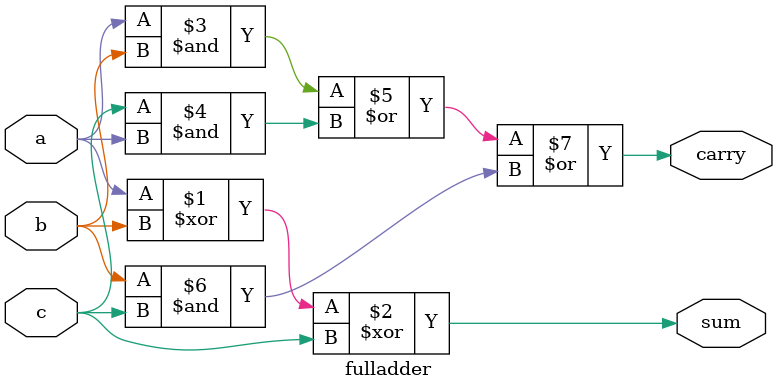
<source format=v>
module fulladder (
input wire a,b,c,
output sum,carry 
);

assign sum=a^b^c;
assign carry=(a&b)|(c&a)|(b&c);

endmodule
</source>
